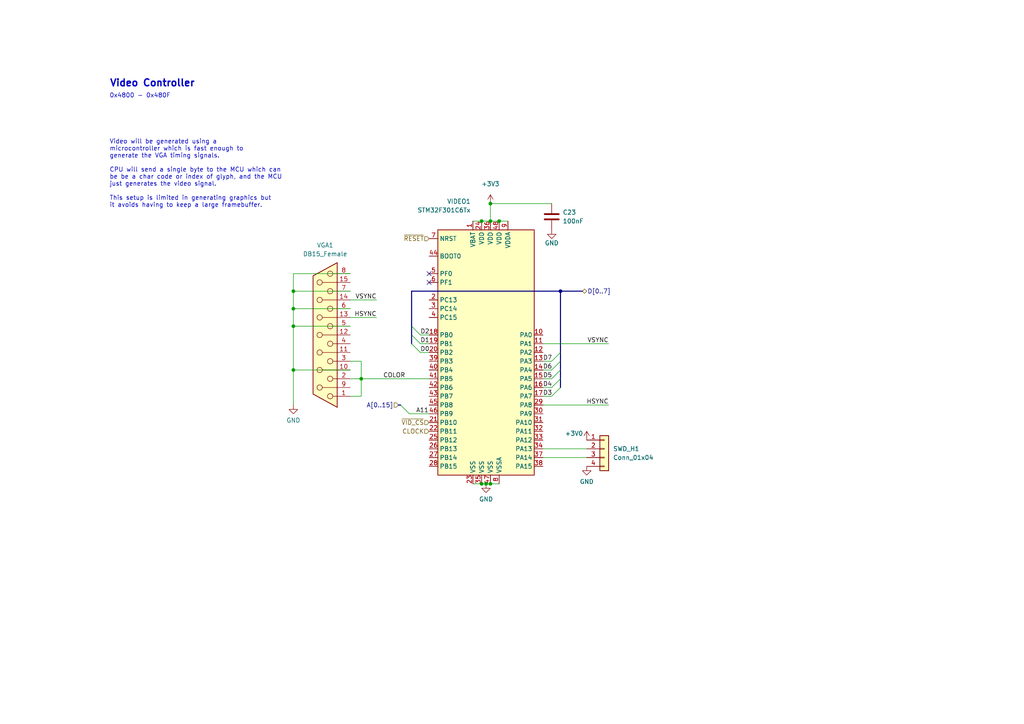
<source format=kicad_sch>
(kicad_sch (version 20211123) (generator eeschema)
  (paper "A4")
  (title_block (title "8puter") (rev "1.0") (company "zrthxn"))
  (lib_symbols
    (symbol "Connector:DB15_Female" (pin_names (offset 1.016) hide)
      (property "Reference" "J" (at 0.508 21.59 0))
      (property "Value" "DB15_Female" (at 0 -22.225 0))
      (symbol "DB15_Female_0_1"
        (circle (center -1.778 -17.78) (radius 0.762))
        (circle (center -1.778 -12.7) (radius 0.762))
        (circle (center -1.778 -7.62) (radius 0.762))
        (circle (center -1.778 -2.54) (radius 0.762))
        (circle (center -1.778 2.54) (radius 0.762))
        (circle (center -1.778 7.62) (radius 0.762))
        (circle (center -1.778 12.7) (radius 0.762))
        (circle (center -1.778 17.78) (radius 0.762))
        (polyline (pts (xy -3.81 -17.78) (xy -2.54 -17.78)))
        (polyline (pts (xy -3.81 -15.24) (xy 0.508 -15.24)))
        (polyline (pts (xy -3.81 -12.7) (xy -2.54 -12.7)))
        (polyline (pts (xy -3.81 -10.16) (xy 0.508 -10.16)))
        (polyline (pts (xy -3.81 -7.62) (xy -2.54 -7.62)))
        (polyline (pts (xy -3.81 -5.08) (xy 0.508 -5.08)))
        (polyline (pts (xy -3.81 -2.54) (xy -2.54 -2.54)))
        (polyline (pts (xy -3.81 0) (xy 0.508 0)))
        (polyline (pts (xy -3.81 2.54) (xy -2.54 2.54)))
        (polyline (pts (xy -3.81 5.08) (xy 0.508 5.08)))
        (polyline (pts (xy -3.81 7.62) (xy -2.54 7.62)))
        (polyline (pts (xy -3.81 10.16) (xy 0.508 10.16)))
        (polyline (pts (xy -3.81 12.7) (xy -2.54 12.7)))
        (polyline (pts (xy -3.81 15.24) (xy 0.508 15.24)))
        (polyline (pts (xy -3.81 17.78) (xy -2.54 17.78)))
        (polyline (pts (xy -3.81 20.955) (xy 3.175 17.145) (xy 3.175 -17.145) (xy -3.81 -20.955) (xy -3.81 20.955)) (stroke (width 0.254)) (fill (type background)))
        (circle (center 1.27 -15.24) (radius 0.762))
        (circle (center 1.27 -10.16) (radius 0.762))
        (circle (center 1.27 -5.08) (radius 0.762))
        (circle (center 1.27 0) (radius 0.762))
        (circle (center 1.27 5.08) (radius 0.762))
        (circle (center 1.27 10.16) (radius 0.762))
        (circle (center 1.27 15.24) (radius 0.762))
      )
      (symbol "DB15_Female_1_1"
        (pin passive line (at -7.62 17.78 0) (length 3.81) (name "1") (number "1"))
        (pin passive line (at -7.62 10.16 0) (length 3.81) (name "P10") (number "10"))
        (pin passive line (at -7.62 5.08 0) (length 3.81) (name "P111") (number "11"))
        (pin passive line (at -7.62 0 0) (length 3.81) (name "P12") (number "12"))
        (pin passive line (at -7.62 -5.08 0) (length 3.81) (name "P13") (number "13"))
        (pin passive line (at -7.62 -10.16 0) (length 3.81) (name "P14") (number "14"))
        (pin passive line (at -7.62 -15.24 0) (length 3.81) (name "P15") (number "15"))
        (pin passive line (at -7.62 12.7 0) (length 3.81) (name "2") (number "2"))
        (pin passive line (at -7.62 7.62 0) (length 3.81) (name "3") (number "3"))
        (pin passive line (at -7.62 2.54 0) (length 3.81) (name "4") (number "4"))
        (pin passive line (at -7.62 -2.54 0) (length 3.81) (name "5") (number "5"))
        (pin passive line (at -7.62 -7.62 0) (length 3.81) (name "6") (number "6"))
        (pin passive line (at -7.62 -12.7 0) (length 3.81) (name "7") (number "7"))
        (pin passive line (at -7.62 -17.78 0) (length 3.81) (name "8") (number "8"))
        (pin passive line (at -7.62 15.24 0) (length 3.81) (name "P9") (number "9"))
      )
    )
    (symbol "Connector_Generic:Conn_01x04" (pin_names (offset 1.016) hide)
      (property "Reference" "J" (at 0 5.08 0))
      (property "Value" "Conn_01x04" (at 0 -7.62 0))
      (symbol "Conn_01x04_1_1"
        (rectangle (start -1.27 -4.953) (end 0 -5.207) (stroke (width 0.1524)))
        (rectangle (start -1.27 -2.413) (end 0 -2.667) (stroke (width 0.1524)))
        (rectangle (start -1.27 0.127) (end 0 -0.127) (stroke (width 0.1524)))
        (rectangle (start -1.27 2.667) (end 0 2.413) (stroke (width 0.1524)))
        (rectangle (start -1.27 3.81) (end 1.27 -6.35) (stroke (width 0.254)) (fill (type background)))
        (pin passive line (at -5.08 2.54 0) (length 3.81) (name "Pin_1") (number "1"))
        (pin passive line (at -5.08 0 0) (length 3.81) (name "Pin_2") (number "2"))
        (pin passive line (at -5.08 -2.54 0) (length 3.81) (name "Pin_3") (number "3"))
        (pin passive line (at -5.08 -5.08 0) (length 3.81) (name "Pin_4") (number "4"))
      )
    )
    (symbol "Device:C" (pin_numbers hide) (pin_names (offset 0.254))
      (property "Reference" "C" (at 0.635 2.54 0))
      (property "Value" "C" (at 0.635 -2.54 0))
      (symbol "C_0_1"
        (polyline (pts (xy -2.032 -0.762) (xy 2.032 -0.762)) (stroke (width 0.508)))
        (polyline (pts (xy -2.032 0.762) (xy 2.032 0.762)) (stroke (width 0.508)))
      )
      (symbol "C_1_1"
        (pin passive line (at 0 3.81 270) (length 2.794) (name "~") (number "1"))
        (pin passive line (at 0 -3.81 90) (length 2.794) (name "~") (number "2"))
      )
    )
    (symbol "MCU_ST_STM32F3:STM32F301C6Tx"
      (property "Reference" "U" (at -15.24 36.83 0))
      (property "Value" "STM32F301C6Tx" (at 7.62 36.83 0))
      (symbol "STM32F301C6Tx_0_1"
        (rectangle (start -15.24 -35.56) (end 12.7 35.56) (stroke (width 0.254)) (fill (type background)))
      )
      (symbol "STM32F301C6Tx_1_1"
        (pin power_in line (at -5.08 38.1 270) (length 2.54) (name "VBAT") (number "1"))
        (pin bidirectional line (at 15.24 5.08 180) (length 2.54) (name "PA0") (number "10"))
        (pin bidirectional line (at 15.24 2.54 180) (length 2.54) (name "PA1") (number "11"))
        (pin bidirectional line (at 15.24 0 180) (length 2.54) (name "PA2") (number "12"))
        (pin bidirectional line (at 15.24 -2.54 180) (length 2.54) (name "PA3") (number "13"))
        (pin bidirectional line (at 15.24 -5.08 180) (length 2.54) (name "PA4") (number "14"))
        (pin bidirectional line (at 15.24 -7.62 180) (length 2.54) (name "PA5") (number "15"))
        (pin bidirectional line (at 15.24 -10.16 180) (length 2.54) (name "PA6") (number "16"))
        (pin bidirectional line (at 15.24 -12.7 180) (length 2.54) (name "PA7") (number "17"))
        (pin bidirectional line (at -17.78 5.08 0) (length 2.54) (name "PB0") (number "18"))
        (pin bidirectional line (at -17.78 2.54 0) (length 2.54) (name "PB1") (number "19"))
        (pin bidirectional line (at -17.78 15.24 0) (length 2.54) (name "PC13") (number "2"))
        (pin bidirectional line (at -17.78 0 0) (length 2.54) (name "PB2") (number "20"))
        (pin bidirectional line (at -17.78 -20.32 0) (length 2.54) (name "PB10") (number "21"))
        (pin bidirectional line (at -17.78 -22.86 0) (length 2.54) (name "PB11") (number "22"))
        (pin power_in line (at -5.08 -38.1 90) (length 2.54) (name "VSS") (number "23"))
        (pin power_in line (at -2.54 38.1 270) (length 2.54) (name "VDD") (number "24"))
        (pin bidirectional line (at -17.78 -25.4 0) (length 2.54) (name "PB12") (number "25"))
        (pin bidirectional line (at -17.78 -27.94 0) (length 2.54) (name "PB13") (number "26"))
        (pin bidirectional line (at -17.78 -30.48 0) (length 2.54) (name "PB14") (number "27"))
        (pin bidirectional line (at -17.78 -33.02 0) (length 2.54) (name "PB15") (number "28"))
        (pin bidirectional line (at 15.24 -15.24 180) (length 2.54) (name "PA8") (number "29"))
        (pin bidirectional line (at -17.78 12.7 0) (length 2.54) (name "PC14") (number "3"))
        (pin bidirectional line (at 15.24 -17.78 180) (length 2.54) (name "PA9") (number "30"))
        (pin bidirectional line (at 15.24 -20.32 180) (length 2.54) (name "PA10") (number "31"))
        (pin bidirectional line (at 15.24 -22.86 180) (length 2.54) (name "PA11") (number "32"))
        (pin bidirectional line (at 15.24 -25.4 180) (length 2.54) (name "PA12") (number "33"))
        (pin bidirectional line (at 15.24 -27.94 180) (length 2.54) (name "PA13") (number "34"))
        (pin power_in line (at -2.54 -38.1 90) (length 2.54) (name "VSS") (number "35"))
        (pin power_in line (at 0 38.1 270) (length 2.54) (name "VDD") (number "36"))
        (pin bidirectional line (at 15.24 -30.48 180) (length 2.54) (name "PA14") (number "37"))
        (pin bidirectional line (at 15.24 -33.02 180) (length 2.54) (name "PA15") (number "38"))
        (pin bidirectional line (at -17.78 -2.54 0) (length 2.54) (name "PB3") (number "39"))
        (pin bidirectional line (at -17.78 10.16 0) (length 2.54) (name "PC15") (number "4"))
        (pin bidirectional line (at -17.78 -5.08 0) (length 2.54) (name "PB4") (number "40"))
        (pin bidirectional line (at -17.78 -7.62 0) (length 2.54) (name "PB5") (number "41"))
        (pin bidirectional line (at -17.78 -10.16 0) (length 2.54) (name "PB6") (number "42"))
        (pin bidirectional line (at -17.78 -12.7 0) (length 2.54) (name "PB7") (number "43"))
        (pin input line (at -17.78 27.94 0) (length 2.54) (name "BOOT0") (number "44"))
        (pin bidirectional line (at -17.78 -15.24 0) (length 2.54) (name "PB8") (number "45"))
        (pin bidirectional line (at -17.78 -17.78 0) (length 2.54) (name "PB9") (number "46"))
        (pin power_in line (at 0 -38.1 90) (length 2.54) (name "VSS") (number "47"))
        (pin power_in line (at 2.54 38.1 270) (length 2.54) (name "VDD") (number "48"))
        (pin input line (at -17.78 22.86 0) (length 2.54) (name "PF0") (number "5"))
        (pin input line (at -17.78 20.32 0) (length 2.54) (name "PF1") (number "6"))
        (pin input line (at -17.78 33.02 0) (length 2.54) (name "NRST") (number "7"))
        (pin power_in line (at 2.54 -38.1 90) (length 2.54) (name "VSSA") (number "8"))
        (pin power_in line (at 5.08 38.1 270) (length 2.54) (name "VDDA") (number "9"))
      )
    )
    (symbol "power:+3.3V" (power) (pin_names (offset 0))
      (property "Value" "+3.3V" (at 0 3.556 0))
      (symbol "+3.3V_0_1"
        (polyline (pts (xy -0.762 1.27) (xy 0 2.54)))
        (polyline (pts (xy 0 0) (xy 0 2.54)))
        (polyline (pts (xy 0 2.54) (xy 0.762 1.27)))
      )
      (symbol "+3.3V_1_1"
        (pin power_in line (at 0 0 90) (length 0) hide (name "+3V3") (number "1"))
      )
    )
    (symbol "power:+3V0" (power) (pin_names (offset 0))
      (property "Value" "+3V0" (at 0 3.556 0))
      (symbol "+3V0_0_1"
        (polyline (pts (xy -0.762 1.27) (xy 0 2.54)))
        (polyline (pts (xy 0 0) (xy 0 2.54)))
        (polyline (pts (xy 0 2.54) (xy 0.762 1.27)))
      )
      (symbol "+3V0_1_1"
        (pin power_in line (at 0 0 90) (length 0) hide (name "+3V0") (number "1"))
      )
    )
    (symbol "power:GND" (power) (pin_names (offset 0))
      (property "Value" "GND" (at 0 -3.81 0))
      (symbol "GND_0_1"
        (polyline (pts (xy 0 0) (xy 0 -1.27) (xy 1.27 -1.27) (xy 0 -2.54) (xy -1.27 -1.27) (xy 0 -1.27)))
      )
      (symbol "GND_1_1"
        (pin power_in line (at 0 0 270) (length 0) hide (name "GND") (number "1"))
      )
    )
  )
  (junction (at 139.7 140.335))
  (junction (at 85.09 107.315))
  (junction (at 162.56 84.455))
  (junction (at 140.97 140.335))
  (junction (at 85.09 89.535))
  (junction (at 144.78 64.135))
  (junction (at 104.775 109.855))
  (junction (at 85.09 94.615))
  (junction (at 142.24 140.335))
  (junction (at 142.24 64.135))
  (junction (at 139.7 64.135))
  (junction (at 142.24 59.055))
  (junction (at 85.09 84.455))
  (no_connect (at 124.46 81.915))
  (no_connect (at 124.46 79.375))
  (bus_entry (at 162.56 109.855) (size -2.54 2.54))
  (bus_entry (at 162.56 104.775) (size -2.54 2.54))
  (bus_entry (at 119.38 99.695) (size 2.54 2.54))
  (bus_entry (at 162.56 107.315) (size -2.54 2.54))
  (bus_entry (at 116.205 117.475) (size 2.54 2.54))
  (bus_entry (at 119.38 97.155) (size 2.54 2.54))
  (bus_entry (at 162.56 102.235) (size -2.54 2.54))
  (bus_entry (at 162.56 112.395) (size -2.54 2.54))
  (bus_entry (at 119.38 94.615) (size 2.54 2.54))
  (wire (pts (xy 157.48 132.715) (xy 170.18 132.715)))
  (wire (pts (xy 121.92 97.155) (xy 124.46 97.155)))
  (wire (pts (xy 85.09 94.615) (xy 85.09 107.315)))
  (wire (pts (xy 139.7 64.135) (xy 142.24 64.135)))
  (wire (pts (xy 157.48 117.475) (xy 176.53 117.475)))
  (wire (pts (xy 101.6 84.455) (xy 85.09 84.455)))
  (wire (pts (xy 140.97 140.335) (xy 142.24 140.335)))
  (bus (pts (xy 119.38 84.455) (xy 162.56 84.455)))
  (wire (pts (xy 101.6 109.855) (xy 104.775 109.855)))
  (wire (pts (xy 137.16 140.335) (xy 139.7 140.335)))
  (wire (pts (xy 101.6 94.615) (xy 85.09 94.615)))
  (wire (pts (xy 85.09 79.375) (xy 101.6 79.375)))
  (wire (pts (xy 101.6 92.075) (xy 109.22 92.075)))
  (wire (pts (xy 160.02 114.935) (xy 157.48 114.935)))
  (wire (pts (xy 137.16 64.135) (xy 139.7 64.135)))
  (wire (pts (xy 85.09 89.535) (xy 85.09 94.615)))
  (wire (pts (xy 101.6 86.995) (xy 109.22 86.995)))
  (wire (pts (xy 85.09 84.455) (xy 85.09 89.535)))
  (wire (pts (xy 85.09 107.315) (xy 85.09 117.475)))
  (wire (pts (xy 101.6 104.775) (xy 104.775 104.775)))
  (wire (pts (xy 104.775 109.855) (xy 104.775 114.935)))
  (wire (pts (xy 101.6 107.315) (xy 85.09 107.315)))
  (wire (pts (xy 142.24 140.335) (xy 144.78 140.335)))
  (wire (pts (xy 104.775 114.935) (xy 101.6 114.935)))
  (wire (pts (xy 124.46 99.695) (xy 121.92 99.695)))
  (wire (pts (xy 157.48 107.315) (xy 160.02 107.315)))
  (wire (pts (xy 157.48 99.695) (xy 176.53 99.695)))
  (wire (pts (xy 101.6 89.535) (xy 85.09 89.535)))
  (bus (pts (xy 119.38 84.455) (xy 119.38 94.615)))
  (wire (pts (xy 142.24 64.135) (xy 144.78 64.135)))
  (bus (pts (xy 119.38 94.615) (xy 119.38 97.155)))
  (bus (pts (xy 162.56 84.455) (xy 168.91 84.455)))
  (bus (pts (xy 162.56 102.235) (xy 162.56 104.775)))
  (wire (pts (xy 157.48 112.395) (xy 160.02 112.395)))
  (bus (pts (xy 162.56 104.775) (xy 162.56 107.315)))
  (wire (pts (xy 85.09 84.455) (xy 85.09 79.375)))
  (wire (pts (xy 157.48 130.175) (xy 170.18 130.175)))
  (bus (pts (xy 162.56 109.855) (xy 162.56 112.395)))
  (wire (pts (xy 144.78 64.135) (xy 147.32 64.135)))
  (wire (pts (xy 121.92 102.235) (xy 124.46 102.235)))
  (bus (pts (xy 162.56 107.315) (xy 162.56 109.855)))
  (wire (pts (xy 104.775 109.855) (xy 124.46 109.855)))
  (wire (pts (xy 157.48 109.855) (xy 160.02 109.855)))
  (wire (pts (xy 142.24 59.055) (xy 142.24 64.135)))
  (bus (pts (xy 119.38 97.155) (xy 119.38 99.695)))
  (wire (pts (xy 142.24 59.055) (xy 160.02 59.055)))
  (wire (pts (xy 139.7 140.335) (xy 140.97 140.335)))
  (wire (pts (xy 104.775 104.775) (xy 104.775 109.855)))
  (bus (pts (xy 162.56 84.455) (xy 162.56 102.235)))
  (bus (pts (xy 115.57 117.475) (xy 116.205 117.475)))
  (wire (pts (xy 118.745 120.015) (xy 124.46 120.015)))
  (wire (pts (xy 160.02 104.775) (xy 157.48 104.775)))
  (text "0x4800 - 0x480F" (at 31.75 28.575 0) (effects (font (size 1.27 1.27)) (justify left bottom)))
  (text "Video will be generated using a \nmicrocontroller which is fast enough to \ngenerate the VGA timing signals.\n\nCPU will send a single byte to the MCU which can\nbe be a char code or index of glyph, and the MCU\njust generates the video signal.\n\nThis setup is limited in generating graphics but\nit avoids having to keep a large framebuffer." (at 31.75 60.325 0) (effects (font (size 1.27 1.27)) (justify left bottom)))
  (text "Video Controller" (at 31.75 25.4 0) (effects (font (size 2 2) (thickness 0.4) bold) (justify left bottom)))
  (label "HSYNC" (at 109.22 92.075 180))
  (label "D4" (at 157.48 112.395 0))
  (label "D7" (at 157.48 104.775 0))
  (label "COLOR" (at 111.125 109.855 0))
  (label "D5" (at 157.48 109.855 0))
  (label "D3" (at 157.48 114.935 0))
  (label "VSYNC" (at 109.22 86.995 180))
  (label "D2" (at 121.92 97.155 0))
  (label "D0" (at 121.92 102.235 0))
  (label "VSYNC" (at 176.53 99.695 180))
  (label "HSYNC" (at 176.53 117.475 180))
  (label "D1" (at 121.92 99.695 0))
  (label "A11" (at 120.65 120.015 0))
  (label "D6" (at 157.48 107.315 0))
  (hierarchical_label "CLOCK" (shape input) (at 124.46 125.095 180))
  (hierarchical_label "~{VID_CS}" (shape input) (at 124.46 122.555 180))
  (hierarchical_label "A[0..15]" (shape input) (at 115.57 117.475 180))
  (hierarchical_label "D[0..7]" (shape bidirectional) (at 168.91 84.455 0))
  (hierarchical_label "~{RESET}" (shape input) (at 124.46 69.215 180))
  (symbol (lib_id "power:GND") (at 140.97 140.335 0) (unit 1)
    (property "Reference" "#PWR0144" (effects hide))
    (property "Value" "GND" (at 140.97 144.78 0))
  )
  (symbol (lib_id "power:+3.3V") (at 142.24 59.055 0) (unit 1)
    (property "Reference" "#PWR023" (effects hide))
    (property "Value" "+3.3V" (at 142.24 53.34 0))
  )
  (symbol (lib_id "power:GND") (at 160.02 66.675 0) (unit 1)
    (property "Reference" "#PWR0129" (effects hide))
    (property "Value" "GND" (at 160.02 70.485 0))
  )
  (symbol (lib_id "Connector:DB15_Female") (at 93.98 97.155 180) (unit 1)
    (property "Reference" "VGA1" (at 94.2975 71.12 0))
    (property "Value" "DB15_Female" (at 94.2975 73.66 0))
    (property "Footprint" "Connector_Dsub:DSUB-15-HD_Female_Horizontal_P2.29x1.98mm_EdgePinOffset3.03mm_Housed_MountingHolesOffset4.94mm" (effects hide))
    (property "Datasheet" " ~" (effects hide))
  )
  (symbol (lib_id "Connector_Generic:Conn_01x04") (at 175.26 130.175 0) (unit 1)
    (property "Reference" "SWD_H1" (at 177.8 130.1749 0) (effects (justify left)))
    (property "Value" "Conn_01x04" (at 177.8 132.7149 0) (effects (justify left)))
    (property "Footprint" "Connector_PinHeader_2.00mm:PinHeader_1x04_P2.00mm_Vertical" (effects hide))
  )
  (symbol (lib_id "MCU_ST_STM32F3:STM32F301C6Tx") (at 142.24 102.235 0) (unit 1)
    (property "Reference" "VIDEO1" (at 136.525 58.42 0) (effects (justify right)))
    (property "Value" "STM32F301C6Tx" (at 136.525 60.96 0) (effects (justify right)))
    (property "Footprint" "Package_QFP:LQFP-48_7x7mm_P0.5mm" (effects hide))
    (property "Datasheet" "http://www.st.com/st-web-ui/static/active/en/resource/technical/document/datasheet/DM00093332.pdf" (effects hide))
  )
  (symbol (lib_id "power:+3V0") (at 170.18 127.635 0) (unit 1)
    (property "Reference" "#PWR0155" (effects hide))
    (property "Value" "+3V0" (at 163.83 125.73 0) (effects (justify left)))
  )
  (symbol (lib_id "Device:C") (at 160.02 62.865 0) (unit 1)
    (property "Reference" "C23" (at 163.195 61.595 0) (effects (justify left)))
    (property "Value" "100nF" (at 163.195 64.135 0) (effects (justify left)))
    (property "Footprint" "Capacitor_SMD:C_0805_2012Metric" (effects hide))
  )
  (symbol (lib_id "power:GND") (at 170.18 135.255 0) (unit 1)
    (property "Reference" "#PWR0156" (effects hide))
    (property "Value" "GND" (at 170.18 139.7 0))
  )
  (symbol (lib_id "power:GND") (at 85.09 117.475 0) (unit 1)
    (property "Reference" "#PWR0154" (effects hide))
    (property "Value" "GND" (at 85.09 121.92 0))
  )
)
</source>
